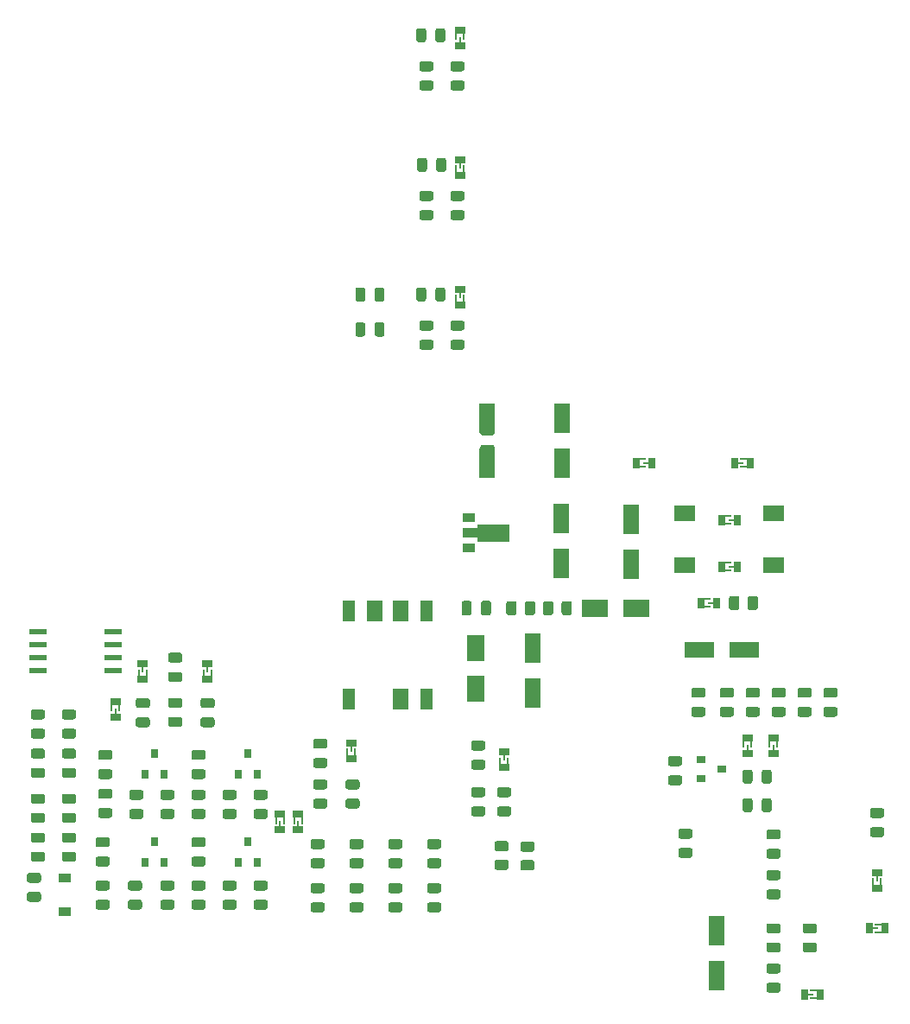
<source format=gbr>
G04 #@! TF.GenerationSoftware,KiCad,Pcbnew,5.1.9-73d0e3b20d~88~ubuntu20.04.1*
G04 #@! TF.CreationDate,2021-03-09T21:18:06-03:00*
G04 #@! TF.ProjectId,std_board,7374645f-626f-4617-9264-2e6b69636164,rev?*
G04 #@! TF.SameCoordinates,Original*
G04 #@! TF.FileFunction,Paste,Top*
G04 #@! TF.FilePolarity,Positive*
%FSLAX46Y46*%
G04 Gerber Fmt 4.6, Leading zero omitted, Abs format (unit mm)*
G04 Created by KiCad (PCBNEW 5.1.9-73d0e3b20d~88~ubuntu20.04.1) date 2021-03-09 21:18:06*
%MOMM*%
%LPD*%
G01*
G04 APERTURE LIST*
%ADD10R,1.600200X2.999740*%
%ADD11R,1.750000X0.550000*%
%ADD12R,0.254000X1.200000*%
%ADD13R,0.254000X1.143000*%
%ADD14R,1.016000X0.762000*%
%ADD15R,1.300000X0.900000*%
%ADD16C,0.100000*%
%ADD17R,0.762000X1.016000*%
%ADD18R,1.143000X0.254000*%
%ADD19R,1.200000X0.254000*%
%ADD20R,1.200000X0.900000*%
%ADD21R,0.800000X0.900000*%
%ADD22R,0.900000X0.800000*%
%ADD23R,2.000000X1.500000*%
%ADD24R,2.999740X1.600200*%
%ADD25R,2.500000X1.800000*%
%ADD26R,1.800000X2.500000*%
%ADD27R,1.170000X2.000000*%
%ADD28R,1.520000X2.000000*%
G04 APERTURE END LIST*
G36*
G01*
X92507750Y-78252500D02*
X93420250Y-78252500D01*
G75*
G02*
X93664000Y-78496250I0J-243750D01*
G01*
X93664000Y-78983750D01*
G75*
G02*
X93420250Y-79227500I-243750J0D01*
G01*
X92507750Y-79227500D01*
G75*
G02*
X92264000Y-78983750I0J243750D01*
G01*
X92264000Y-78496250D01*
G75*
G02*
X92507750Y-78252500I243750J0D01*
G01*
G37*
G36*
G01*
X92507750Y-80127500D02*
X93420250Y-80127500D01*
G75*
G02*
X93664000Y-80371250I0J-243750D01*
G01*
X93664000Y-80858750D01*
G75*
G02*
X93420250Y-81102500I-243750J0D01*
G01*
X92507750Y-81102500D01*
G75*
G02*
X92264000Y-80858750I0J243750D01*
G01*
X92264000Y-80371250D01*
G75*
G02*
X92507750Y-80127500I243750J0D01*
G01*
G37*
D10*
X61976000Y-54269640D03*
X61976000Y-49870360D03*
D11*
X18051000Y-60960000D03*
X18051000Y-62230000D03*
X18051000Y-63500000D03*
X18051000Y-64770000D03*
X10651000Y-64770000D03*
X10651000Y-63500000D03*
X10651000Y-62230000D03*
X10651000Y-60960000D03*
G36*
G01*
X49073750Y-87493500D02*
X49986250Y-87493500D01*
G75*
G02*
X50230000Y-87737250I0J-243750D01*
G01*
X50230000Y-88224750D01*
G75*
G02*
X49986250Y-88468500I-243750J0D01*
G01*
X49073750Y-88468500D01*
G75*
G02*
X48830000Y-88224750I0J243750D01*
G01*
X48830000Y-87737250D01*
G75*
G02*
X49073750Y-87493500I243750J0D01*
G01*
G37*
G36*
G01*
X49073750Y-85618500D02*
X49986250Y-85618500D01*
G75*
G02*
X50230000Y-85862250I0J-243750D01*
G01*
X50230000Y-86349750D01*
G75*
G02*
X49986250Y-86593500I-243750J0D01*
G01*
X49073750Y-86593500D01*
G75*
G02*
X48830000Y-86349750I0J243750D01*
G01*
X48830000Y-85862250D01*
G75*
G02*
X49073750Y-85618500I243750J0D01*
G01*
G37*
G36*
G01*
X51359750Y-6975500D02*
X52272250Y-6975500D01*
G75*
G02*
X52516000Y-7219250I0J-243750D01*
G01*
X52516000Y-7706750D01*
G75*
G02*
X52272250Y-7950500I-243750J0D01*
G01*
X51359750Y-7950500D01*
G75*
G02*
X51116000Y-7706750I0J243750D01*
G01*
X51116000Y-7219250D01*
G75*
G02*
X51359750Y-6975500I243750J0D01*
G01*
G37*
G36*
G01*
X51359750Y-5100500D02*
X52272250Y-5100500D01*
G75*
G02*
X52516000Y-5344250I0J-243750D01*
G01*
X52516000Y-5831750D01*
G75*
G02*
X52272250Y-6075500I-243750J0D01*
G01*
X51359750Y-6075500D01*
G75*
G02*
X51116000Y-5831750I0J243750D01*
G01*
X51116000Y-5344250D01*
G75*
G02*
X51359750Y-5100500I243750J0D01*
G01*
G37*
G36*
G01*
X86816250Y-90530500D02*
X85903750Y-90530500D01*
G75*
G02*
X85660000Y-90286750I0J243750D01*
G01*
X85660000Y-89799250D01*
G75*
G02*
X85903750Y-89555500I243750J0D01*
G01*
X86816250Y-89555500D01*
G75*
G02*
X87060000Y-89799250I0J-243750D01*
G01*
X87060000Y-90286750D01*
G75*
G02*
X86816250Y-90530500I-243750J0D01*
G01*
G37*
G36*
G01*
X86816250Y-92405500D02*
X85903750Y-92405500D01*
G75*
G02*
X85660000Y-92161750I0J243750D01*
G01*
X85660000Y-91674250D01*
G75*
G02*
X85903750Y-91430500I243750J0D01*
G01*
X86816250Y-91430500D01*
G75*
G02*
X87060000Y-91674250I0J-243750D01*
G01*
X87060000Y-92161750D01*
G75*
G02*
X86816250Y-92405500I-243750J0D01*
G01*
G37*
G36*
G01*
X41453750Y-87493500D02*
X42366250Y-87493500D01*
G75*
G02*
X42610000Y-87737250I0J-243750D01*
G01*
X42610000Y-88224750D01*
G75*
G02*
X42366250Y-88468500I-243750J0D01*
G01*
X41453750Y-88468500D01*
G75*
G02*
X41210000Y-88224750I0J243750D01*
G01*
X41210000Y-87737250D01*
G75*
G02*
X41453750Y-87493500I243750J0D01*
G01*
G37*
G36*
G01*
X41453750Y-85618500D02*
X42366250Y-85618500D01*
G75*
G02*
X42610000Y-85862250I0J-243750D01*
G01*
X42610000Y-86349750D01*
G75*
G02*
X42366250Y-86593500I-243750J0D01*
G01*
X41453750Y-86593500D01*
G75*
G02*
X41210000Y-86349750I0J243750D01*
G01*
X41210000Y-85862250D01*
G75*
G02*
X41453750Y-85618500I243750J0D01*
G01*
G37*
G36*
G01*
X45263750Y-87493500D02*
X46176250Y-87493500D01*
G75*
G02*
X46420000Y-87737250I0J-243750D01*
G01*
X46420000Y-88224750D01*
G75*
G02*
X46176250Y-88468500I-243750J0D01*
G01*
X45263750Y-88468500D01*
G75*
G02*
X45020000Y-88224750I0J243750D01*
G01*
X45020000Y-87737250D01*
G75*
G02*
X45263750Y-87493500I243750J0D01*
G01*
G37*
G36*
G01*
X45263750Y-85618500D02*
X46176250Y-85618500D01*
G75*
G02*
X46420000Y-85862250I0J-243750D01*
G01*
X46420000Y-86349750D01*
G75*
G02*
X46176250Y-86593500I-243750J0D01*
G01*
X45263750Y-86593500D01*
G75*
G02*
X45020000Y-86349750I0J243750D01*
G01*
X45020000Y-85862250D01*
G75*
G02*
X45263750Y-85618500I243750J0D01*
G01*
G37*
G36*
G01*
X32968250Y-86339500D02*
X32055750Y-86339500D01*
G75*
G02*
X31812000Y-86095750I0J243750D01*
G01*
X31812000Y-85608250D01*
G75*
G02*
X32055750Y-85364500I243750J0D01*
G01*
X32968250Y-85364500D01*
G75*
G02*
X33212000Y-85608250I0J-243750D01*
G01*
X33212000Y-86095750D01*
G75*
G02*
X32968250Y-86339500I-243750J0D01*
G01*
G37*
G36*
G01*
X32968250Y-88214500D02*
X32055750Y-88214500D01*
G75*
G02*
X31812000Y-87970750I0J243750D01*
G01*
X31812000Y-87483250D01*
G75*
G02*
X32055750Y-87239500I243750J0D01*
G01*
X32968250Y-87239500D01*
G75*
G02*
X33212000Y-87483250I0J-243750D01*
G01*
X33212000Y-87970750D01*
G75*
G02*
X32968250Y-88214500I-243750J0D01*
G01*
G37*
G36*
G01*
X26848750Y-69362500D02*
X27761250Y-69362500D01*
G75*
G02*
X28005000Y-69606250I0J-243750D01*
G01*
X28005000Y-70093750D01*
G75*
G02*
X27761250Y-70337500I-243750J0D01*
G01*
X26848750Y-70337500D01*
G75*
G02*
X26605000Y-70093750I0J243750D01*
G01*
X26605000Y-69606250D01*
G75*
G02*
X26848750Y-69362500I243750J0D01*
G01*
G37*
G36*
G01*
X26848750Y-67487500D02*
X27761250Y-67487500D01*
G75*
G02*
X28005000Y-67731250I0J-243750D01*
G01*
X28005000Y-68218750D01*
G75*
G02*
X27761250Y-68462500I-243750J0D01*
G01*
X26848750Y-68462500D01*
G75*
G02*
X26605000Y-68218750I0J243750D01*
G01*
X26605000Y-67731250D01*
G75*
G02*
X26848750Y-67487500I243750J0D01*
G01*
G37*
D12*
X52070000Y-3302000D03*
D13*
X52451000Y-2413000D03*
D14*
X52070000Y-2032000D03*
D13*
X51689000Y-2413000D03*
D14*
X52070000Y-3556000D03*
D12*
X52070000Y-27686000D03*
D13*
X51689000Y-28575000D03*
D14*
X52070000Y-28956000D03*
D13*
X52451000Y-28575000D03*
D14*
X52070000Y-27432000D03*
D12*
X52070000Y-14986000D03*
D13*
X51689000Y-15875000D03*
D14*
X52070000Y-16256000D03*
D13*
X52451000Y-15875000D03*
D14*
X52070000Y-14732000D03*
D12*
X41402000Y-72136000D03*
D13*
X41021000Y-73025000D03*
D14*
X41402000Y-73406000D03*
D13*
X41783000Y-73025000D03*
D14*
X41402000Y-71882000D03*
G36*
G01*
X49726000Y-15696250D02*
X49726000Y-14783750D01*
G75*
G02*
X49969750Y-14540000I243750J0D01*
G01*
X50457250Y-14540000D01*
G75*
G02*
X50701000Y-14783750I0J-243750D01*
G01*
X50701000Y-15696250D01*
G75*
G02*
X50457250Y-15940000I-243750J0D01*
G01*
X49969750Y-15940000D01*
G75*
G02*
X49726000Y-15696250I0J243750D01*
G01*
G37*
G36*
G01*
X47851000Y-15696250D02*
X47851000Y-14783750D01*
G75*
G02*
X48094750Y-14540000I243750J0D01*
G01*
X48582250Y-14540000D01*
G75*
G02*
X48826000Y-14783750I0J-243750D01*
G01*
X48826000Y-15696250D01*
G75*
G02*
X48582250Y-15940000I-243750J0D01*
G01*
X48094750Y-15940000D01*
G75*
G02*
X47851000Y-15696250I0J243750D01*
G01*
G37*
G36*
G01*
X16561750Y-81125000D02*
X17474250Y-81125000D01*
G75*
G02*
X17718000Y-81368750I0J-243750D01*
G01*
X17718000Y-81856250D01*
G75*
G02*
X17474250Y-82100000I-243750J0D01*
G01*
X16561750Y-82100000D01*
G75*
G02*
X16318000Y-81856250I0J243750D01*
G01*
X16318000Y-81368750D01*
G75*
G02*
X16561750Y-81125000I243750J0D01*
G01*
G37*
G36*
G01*
X16561750Y-83000000D02*
X17474250Y-83000000D01*
G75*
G02*
X17718000Y-83243750I0J-243750D01*
G01*
X17718000Y-83731250D01*
G75*
G02*
X17474250Y-83975000I-243750J0D01*
G01*
X16561750Y-83975000D01*
G75*
G02*
X16318000Y-83731250I0J243750D01*
G01*
X16318000Y-83243750D01*
G75*
G02*
X16561750Y-83000000I243750J0D01*
G01*
G37*
G36*
G01*
X16815750Y-74442500D02*
X17728250Y-74442500D01*
G75*
G02*
X17972000Y-74686250I0J-243750D01*
G01*
X17972000Y-75173750D01*
G75*
G02*
X17728250Y-75417500I-243750J0D01*
G01*
X16815750Y-75417500D01*
G75*
G02*
X16572000Y-75173750I0J243750D01*
G01*
X16572000Y-74686250D01*
G75*
G02*
X16815750Y-74442500I243750J0D01*
G01*
G37*
G36*
G01*
X16815750Y-72567500D02*
X17728250Y-72567500D01*
G75*
G02*
X17972000Y-72811250I0J-243750D01*
G01*
X17972000Y-73298750D01*
G75*
G02*
X17728250Y-73542500I-243750J0D01*
G01*
X16815750Y-73542500D01*
G75*
G02*
X16572000Y-73298750I0J243750D01*
G01*
X16572000Y-72811250D01*
G75*
G02*
X16815750Y-72567500I243750J0D01*
G01*
G37*
G36*
G01*
X20776250Y-77449500D02*
X19863750Y-77449500D01*
G75*
G02*
X19620000Y-77205750I0J243750D01*
G01*
X19620000Y-76718250D01*
G75*
G02*
X19863750Y-76474500I243750J0D01*
G01*
X20776250Y-76474500D01*
G75*
G02*
X21020000Y-76718250I0J-243750D01*
G01*
X21020000Y-77205750D01*
G75*
G02*
X20776250Y-77449500I-243750J0D01*
G01*
G37*
G36*
G01*
X20776250Y-79324500D02*
X19863750Y-79324500D01*
G75*
G02*
X19620000Y-79080750I0J243750D01*
G01*
X19620000Y-78593250D01*
G75*
G02*
X19863750Y-78349500I243750J0D01*
G01*
X20776250Y-78349500D01*
G75*
G02*
X21020000Y-78593250I0J-243750D01*
G01*
X21020000Y-79080750D01*
G75*
G02*
X20776250Y-79324500I-243750J0D01*
G01*
G37*
G36*
G01*
X20649250Y-86339500D02*
X19736750Y-86339500D01*
G75*
G02*
X19493000Y-86095750I0J243750D01*
G01*
X19493000Y-85608250D01*
G75*
G02*
X19736750Y-85364500I243750J0D01*
G01*
X20649250Y-85364500D01*
G75*
G02*
X20893000Y-85608250I0J-243750D01*
G01*
X20893000Y-86095750D01*
G75*
G02*
X20649250Y-86339500I-243750J0D01*
G01*
G37*
G36*
G01*
X20649250Y-88214500D02*
X19736750Y-88214500D01*
G75*
G02*
X19493000Y-87970750I0J243750D01*
G01*
X19493000Y-87483250D01*
G75*
G02*
X19736750Y-87239500I243750J0D01*
G01*
X20649250Y-87239500D01*
G75*
G02*
X20893000Y-87483250I0J-243750D01*
G01*
X20893000Y-87970750D01*
G75*
G02*
X20649250Y-88214500I-243750J0D01*
G01*
G37*
G36*
G01*
X17728250Y-77352500D02*
X16815750Y-77352500D01*
G75*
G02*
X16572000Y-77108750I0J243750D01*
G01*
X16572000Y-76621250D01*
G75*
G02*
X16815750Y-76377500I243750J0D01*
G01*
X17728250Y-76377500D01*
G75*
G02*
X17972000Y-76621250I0J-243750D01*
G01*
X17972000Y-77108750D01*
G75*
G02*
X17728250Y-77352500I-243750J0D01*
G01*
G37*
G36*
G01*
X17728250Y-79227500D02*
X16815750Y-79227500D01*
G75*
G02*
X16572000Y-78983750I0J243750D01*
G01*
X16572000Y-78496250D01*
G75*
G02*
X16815750Y-78252500I243750J0D01*
G01*
X17728250Y-78252500D01*
G75*
G02*
X17972000Y-78496250I0J-243750D01*
G01*
X17972000Y-78983750D01*
G75*
G02*
X17728250Y-79227500I-243750J0D01*
G01*
G37*
G36*
G01*
X26872250Y-82100000D02*
X25959750Y-82100000D01*
G75*
G02*
X25716000Y-81856250I0J243750D01*
G01*
X25716000Y-81368750D01*
G75*
G02*
X25959750Y-81125000I243750J0D01*
G01*
X26872250Y-81125000D01*
G75*
G02*
X27116000Y-81368750I0J-243750D01*
G01*
X27116000Y-81856250D01*
G75*
G02*
X26872250Y-82100000I-243750J0D01*
G01*
G37*
G36*
G01*
X26872250Y-83975000D02*
X25959750Y-83975000D01*
G75*
G02*
X25716000Y-83731250I0J243750D01*
G01*
X25716000Y-83243750D01*
G75*
G02*
X25959750Y-83000000I243750J0D01*
G01*
X26872250Y-83000000D01*
G75*
G02*
X27116000Y-83243750I0J-243750D01*
G01*
X27116000Y-83731250D01*
G75*
G02*
X26872250Y-83975000I-243750J0D01*
G01*
G37*
G36*
G01*
X26872250Y-73542500D02*
X25959750Y-73542500D01*
G75*
G02*
X25716000Y-73298750I0J243750D01*
G01*
X25716000Y-72811250D01*
G75*
G02*
X25959750Y-72567500I243750J0D01*
G01*
X26872250Y-72567500D01*
G75*
G02*
X27116000Y-72811250I0J-243750D01*
G01*
X27116000Y-73298750D01*
G75*
G02*
X26872250Y-73542500I-243750J0D01*
G01*
G37*
G36*
G01*
X26872250Y-75417500D02*
X25959750Y-75417500D01*
G75*
G02*
X25716000Y-75173750I0J243750D01*
G01*
X25716000Y-74686250D01*
G75*
G02*
X25959750Y-74442500I243750J0D01*
G01*
X26872250Y-74442500D01*
G75*
G02*
X27116000Y-74686250I0J-243750D01*
G01*
X27116000Y-75173750D01*
G75*
G02*
X26872250Y-75417500I-243750J0D01*
G01*
G37*
G36*
G01*
X37897750Y-73348000D02*
X38810250Y-73348000D01*
G75*
G02*
X39054000Y-73591750I0J-243750D01*
G01*
X39054000Y-74079250D01*
G75*
G02*
X38810250Y-74323000I-243750J0D01*
G01*
X37897750Y-74323000D01*
G75*
G02*
X37654000Y-74079250I0J243750D01*
G01*
X37654000Y-73591750D01*
G75*
G02*
X37897750Y-73348000I243750J0D01*
G01*
G37*
G36*
G01*
X37897750Y-71473000D02*
X38810250Y-71473000D01*
G75*
G02*
X39054000Y-71716750I0J-243750D01*
G01*
X39054000Y-72204250D01*
G75*
G02*
X38810250Y-72448000I-243750J0D01*
G01*
X37897750Y-72448000D01*
G75*
G02*
X37654000Y-72204250I0J243750D01*
G01*
X37654000Y-71716750D01*
G75*
G02*
X37897750Y-71473000I243750J0D01*
G01*
G37*
G36*
G01*
X26872250Y-86339500D02*
X25959750Y-86339500D01*
G75*
G02*
X25716000Y-86095750I0J243750D01*
G01*
X25716000Y-85608250D01*
G75*
G02*
X25959750Y-85364500I243750J0D01*
G01*
X26872250Y-85364500D01*
G75*
G02*
X27116000Y-85608250I0J-243750D01*
G01*
X27116000Y-86095750D01*
G75*
G02*
X26872250Y-86339500I-243750J0D01*
G01*
G37*
G36*
G01*
X26872250Y-88214500D02*
X25959750Y-88214500D01*
G75*
G02*
X25716000Y-87970750I0J243750D01*
G01*
X25716000Y-87483250D01*
G75*
G02*
X25959750Y-87239500I243750J0D01*
G01*
X26872250Y-87239500D01*
G75*
G02*
X27116000Y-87483250I0J-243750D01*
G01*
X27116000Y-87970750D01*
G75*
G02*
X26872250Y-88214500I-243750J0D01*
G01*
G37*
G36*
G01*
X29920250Y-77449500D02*
X29007750Y-77449500D01*
G75*
G02*
X28764000Y-77205750I0J243750D01*
G01*
X28764000Y-76718250D01*
G75*
G02*
X29007750Y-76474500I243750J0D01*
G01*
X29920250Y-76474500D01*
G75*
G02*
X30164000Y-76718250I0J-243750D01*
G01*
X30164000Y-77205750D01*
G75*
G02*
X29920250Y-77449500I-243750J0D01*
G01*
G37*
G36*
G01*
X29920250Y-79324500D02*
X29007750Y-79324500D01*
G75*
G02*
X28764000Y-79080750I0J243750D01*
G01*
X28764000Y-78593250D01*
G75*
G02*
X29007750Y-78349500I243750J0D01*
G01*
X29920250Y-78349500D01*
G75*
G02*
X30164000Y-78593250I0J-243750D01*
G01*
X30164000Y-79080750D01*
G75*
G02*
X29920250Y-79324500I-243750J0D01*
G01*
G37*
G36*
G01*
X29920250Y-86339500D02*
X29007750Y-86339500D01*
G75*
G02*
X28764000Y-86095750I0J243750D01*
G01*
X28764000Y-85608250D01*
G75*
G02*
X29007750Y-85364500I243750J0D01*
G01*
X29920250Y-85364500D01*
G75*
G02*
X30164000Y-85608250I0J-243750D01*
G01*
X30164000Y-86095750D01*
G75*
G02*
X29920250Y-86339500I-243750J0D01*
G01*
G37*
G36*
G01*
X29920250Y-88214500D02*
X29007750Y-88214500D01*
G75*
G02*
X28764000Y-87970750I0J243750D01*
G01*
X28764000Y-87483250D01*
G75*
G02*
X29007750Y-87239500I243750J0D01*
G01*
X29920250Y-87239500D01*
G75*
G02*
X30164000Y-87483250I0J-243750D01*
G01*
X30164000Y-87970750D01*
G75*
G02*
X29920250Y-88214500I-243750J0D01*
G01*
G37*
G36*
G01*
X26872250Y-77449500D02*
X25959750Y-77449500D01*
G75*
G02*
X25716000Y-77205750I0J243750D01*
G01*
X25716000Y-76718250D01*
G75*
G02*
X25959750Y-76474500I243750J0D01*
G01*
X26872250Y-76474500D01*
G75*
G02*
X27116000Y-76718250I0J-243750D01*
G01*
X27116000Y-77205750D01*
G75*
G02*
X26872250Y-77449500I-243750J0D01*
G01*
G37*
G36*
G01*
X26872250Y-79324500D02*
X25959750Y-79324500D01*
G75*
G02*
X25716000Y-79080750I0J243750D01*
G01*
X25716000Y-78593250D01*
G75*
G02*
X25959750Y-78349500I243750J0D01*
G01*
X26872250Y-78349500D01*
G75*
G02*
X27116000Y-78593250I0J-243750D01*
G01*
X27116000Y-79080750D01*
G75*
G02*
X26872250Y-79324500I-243750J0D01*
G01*
G37*
G36*
G01*
X41072750Y-77333500D02*
X41985250Y-77333500D01*
G75*
G02*
X42229000Y-77577250I0J-243750D01*
G01*
X42229000Y-78064750D01*
G75*
G02*
X41985250Y-78308500I-243750J0D01*
G01*
X41072750Y-78308500D01*
G75*
G02*
X40829000Y-78064750I0J243750D01*
G01*
X40829000Y-77577250D01*
G75*
G02*
X41072750Y-77333500I243750J0D01*
G01*
G37*
G36*
G01*
X41072750Y-75458500D02*
X41985250Y-75458500D01*
G75*
G02*
X42229000Y-75702250I0J-243750D01*
G01*
X42229000Y-76189750D01*
G75*
G02*
X41985250Y-76433500I-243750J0D01*
G01*
X41072750Y-76433500D01*
G75*
G02*
X40829000Y-76189750I0J243750D01*
G01*
X40829000Y-75702250D01*
G75*
G02*
X41072750Y-75458500I243750J0D01*
G01*
G37*
G36*
G01*
X10211750Y-78730500D02*
X11124250Y-78730500D01*
G75*
G02*
X11368000Y-78974250I0J-243750D01*
G01*
X11368000Y-79461750D01*
G75*
G02*
X11124250Y-79705500I-243750J0D01*
G01*
X10211750Y-79705500D01*
G75*
G02*
X9968000Y-79461750I0J243750D01*
G01*
X9968000Y-78974250D01*
G75*
G02*
X10211750Y-78730500I243750J0D01*
G01*
G37*
G36*
G01*
X10211750Y-76855500D02*
X11124250Y-76855500D01*
G75*
G02*
X11368000Y-77099250I0J-243750D01*
G01*
X11368000Y-77586750D01*
G75*
G02*
X11124250Y-77830500I-243750J0D01*
G01*
X10211750Y-77830500D01*
G75*
G02*
X9968000Y-77586750I0J243750D01*
G01*
X9968000Y-77099250D01*
G75*
G02*
X10211750Y-76855500I243750J0D01*
G01*
G37*
G36*
G01*
X45263750Y-83175500D02*
X46176250Y-83175500D01*
G75*
G02*
X46420000Y-83419250I0J-243750D01*
G01*
X46420000Y-83906750D01*
G75*
G02*
X46176250Y-84150500I-243750J0D01*
G01*
X45263750Y-84150500D01*
G75*
G02*
X45020000Y-83906750I0J243750D01*
G01*
X45020000Y-83419250D01*
G75*
G02*
X45263750Y-83175500I243750J0D01*
G01*
G37*
G36*
G01*
X45263750Y-81300500D02*
X46176250Y-81300500D01*
G75*
G02*
X46420000Y-81544250I0J-243750D01*
G01*
X46420000Y-82031750D01*
G75*
G02*
X46176250Y-82275500I-243750J0D01*
G01*
X45263750Y-82275500D01*
G75*
G02*
X45020000Y-82031750I0J243750D01*
G01*
X45020000Y-81544250D01*
G75*
G02*
X45263750Y-81300500I243750J0D01*
G01*
G37*
G36*
G01*
X51359750Y-19675500D02*
X52272250Y-19675500D01*
G75*
G02*
X52516000Y-19919250I0J-243750D01*
G01*
X52516000Y-20406750D01*
G75*
G02*
X52272250Y-20650500I-243750J0D01*
G01*
X51359750Y-20650500D01*
G75*
G02*
X51116000Y-20406750I0J243750D01*
G01*
X51116000Y-19919250D01*
G75*
G02*
X51359750Y-19675500I243750J0D01*
G01*
G37*
G36*
G01*
X51359750Y-17800500D02*
X52272250Y-17800500D01*
G75*
G02*
X52516000Y-18044250I0J-243750D01*
G01*
X52516000Y-18531750D01*
G75*
G02*
X52272250Y-18775500I-243750J0D01*
G01*
X51359750Y-18775500D01*
G75*
G02*
X51116000Y-18531750I0J243750D01*
G01*
X51116000Y-18044250D01*
G75*
G02*
X51359750Y-17800500I243750J0D01*
G01*
G37*
G36*
G01*
X42778500Y-30912750D02*
X42778500Y-31825250D01*
G75*
G02*
X42534750Y-32069000I-243750J0D01*
G01*
X42047250Y-32069000D01*
G75*
G02*
X41803500Y-31825250I0J243750D01*
G01*
X41803500Y-30912750D01*
G75*
G02*
X42047250Y-30669000I243750J0D01*
G01*
X42534750Y-30669000D01*
G75*
G02*
X42778500Y-30912750I0J-243750D01*
G01*
G37*
G36*
G01*
X44653500Y-30912750D02*
X44653500Y-31825250D01*
G75*
G02*
X44409750Y-32069000I-243750J0D01*
G01*
X43922250Y-32069000D01*
G75*
G02*
X43678500Y-31825250I0J243750D01*
G01*
X43678500Y-30912750D01*
G75*
G02*
X43922250Y-30669000I243750J0D01*
G01*
X44409750Y-30669000D01*
G75*
G02*
X44653500Y-30912750I0J-243750D01*
G01*
G37*
G36*
G01*
X13259750Y-82540500D02*
X14172250Y-82540500D01*
G75*
G02*
X14416000Y-82784250I0J-243750D01*
G01*
X14416000Y-83271750D01*
G75*
G02*
X14172250Y-83515500I-243750J0D01*
G01*
X13259750Y-83515500D01*
G75*
G02*
X13016000Y-83271750I0J243750D01*
G01*
X13016000Y-82784250D01*
G75*
G02*
X13259750Y-82540500I243750J0D01*
G01*
G37*
G36*
G01*
X13259750Y-80665500D02*
X14172250Y-80665500D01*
G75*
G02*
X14416000Y-80909250I0J-243750D01*
G01*
X14416000Y-81396750D01*
G75*
G02*
X14172250Y-81640500I-243750J0D01*
G01*
X13259750Y-81640500D01*
G75*
G02*
X13016000Y-81396750I0J243750D01*
G01*
X13016000Y-80909250D01*
G75*
G02*
X13259750Y-80665500I243750J0D01*
G01*
G37*
G36*
G01*
X23824250Y-86339500D02*
X22911750Y-86339500D01*
G75*
G02*
X22668000Y-86095750I0J243750D01*
G01*
X22668000Y-85608250D01*
G75*
G02*
X22911750Y-85364500I243750J0D01*
G01*
X23824250Y-85364500D01*
G75*
G02*
X24068000Y-85608250I0J-243750D01*
G01*
X24068000Y-86095750D01*
G75*
G02*
X23824250Y-86339500I-243750J0D01*
G01*
G37*
G36*
G01*
X23824250Y-88214500D02*
X22911750Y-88214500D01*
G75*
G02*
X22668000Y-87970750I0J243750D01*
G01*
X22668000Y-87483250D01*
G75*
G02*
X22911750Y-87239500I243750J0D01*
G01*
X23824250Y-87239500D01*
G75*
G02*
X24068000Y-87483250I0J-243750D01*
G01*
X24068000Y-87970750D01*
G75*
G02*
X23824250Y-88214500I-243750J0D01*
G01*
G37*
G36*
G01*
X20498750Y-69362500D02*
X21411250Y-69362500D01*
G75*
G02*
X21655000Y-69606250I0J-243750D01*
G01*
X21655000Y-70093750D01*
G75*
G02*
X21411250Y-70337500I-243750J0D01*
G01*
X20498750Y-70337500D01*
G75*
G02*
X20255000Y-70093750I0J243750D01*
G01*
X20255000Y-69606250D01*
G75*
G02*
X20498750Y-69362500I243750J0D01*
G01*
G37*
G36*
G01*
X20498750Y-67487500D02*
X21411250Y-67487500D01*
G75*
G02*
X21655000Y-67731250I0J-243750D01*
G01*
X21655000Y-68218750D01*
G75*
G02*
X21411250Y-68462500I-243750J0D01*
G01*
X20498750Y-68462500D01*
G75*
G02*
X20255000Y-68218750I0J243750D01*
G01*
X20255000Y-67731250D01*
G75*
G02*
X20498750Y-67487500I243750J0D01*
G01*
G37*
G36*
G01*
X47772500Y-28396250D02*
X47772500Y-27483750D01*
G75*
G02*
X48016250Y-27240000I243750J0D01*
G01*
X48503750Y-27240000D01*
G75*
G02*
X48747500Y-27483750I0J-243750D01*
G01*
X48747500Y-28396250D01*
G75*
G02*
X48503750Y-28640000I-243750J0D01*
G01*
X48016250Y-28640000D01*
G75*
G02*
X47772500Y-28396250I0J243750D01*
G01*
G37*
G36*
G01*
X49647500Y-28396250D02*
X49647500Y-27483750D01*
G75*
G02*
X49891250Y-27240000I243750J0D01*
G01*
X50378750Y-27240000D01*
G75*
G02*
X50622500Y-27483750I0J-243750D01*
G01*
X50622500Y-28396250D01*
G75*
G02*
X50378750Y-28640000I-243750J0D01*
G01*
X49891250Y-28640000D01*
G75*
G02*
X49647500Y-28396250I0J243750D01*
G01*
G37*
G36*
G01*
X41453750Y-83175500D02*
X42366250Y-83175500D01*
G75*
G02*
X42610000Y-83419250I0J-243750D01*
G01*
X42610000Y-83906750D01*
G75*
G02*
X42366250Y-84150500I-243750J0D01*
G01*
X41453750Y-84150500D01*
G75*
G02*
X41210000Y-83906750I0J243750D01*
G01*
X41210000Y-83419250D01*
G75*
G02*
X41453750Y-83175500I243750J0D01*
G01*
G37*
G36*
G01*
X41453750Y-81300500D02*
X42366250Y-81300500D01*
G75*
G02*
X42610000Y-81544250I0J-243750D01*
G01*
X42610000Y-82031750D01*
G75*
G02*
X42366250Y-82275500I-243750J0D01*
G01*
X41453750Y-82275500D01*
G75*
G02*
X41210000Y-82031750I0J243750D01*
G01*
X41210000Y-81544250D01*
G75*
G02*
X41453750Y-81300500I243750J0D01*
G01*
G37*
G36*
G01*
X10211750Y-70475500D02*
X11124250Y-70475500D01*
G75*
G02*
X11368000Y-70719250I0J-243750D01*
G01*
X11368000Y-71206750D01*
G75*
G02*
X11124250Y-71450500I-243750J0D01*
G01*
X10211750Y-71450500D01*
G75*
G02*
X9968000Y-71206750I0J243750D01*
G01*
X9968000Y-70719250D01*
G75*
G02*
X10211750Y-70475500I243750J0D01*
G01*
G37*
G36*
G01*
X10211750Y-68600500D02*
X11124250Y-68600500D01*
G75*
G02*
X11368000Y-68844250I0J-243750D01*
G01*
X11368000Y-69331750D01*
G75*
G02*
X11124250Y-69575500I-243750J0D01*
G01*
X10211750Y-69575500D01*
G75*
G02*
X9968000Y-69331750I0J243750D01*
G01*
X9968000Y-68844250D01*
G75*
G02*
X10211750Y-68600500I243750J0D01*
G01*
G37*
G36*
G01*
X13259750Y-70475500D02*
X14172250Y-70475500D01*
G75*
G02*
X14416000Y-70719250I0J-243750D01*
G01*
X14416000Y-71206750D01*
G75*
G02*
X14172250Y-71450500I-243750J0D01*
G01*
X13259750Y-71450500D01*
G75*
G02*
X13016000Y-71206750I0J243750D01*
G01*
X13016000Y-70719250D01*
G75*
G02*
X13259750Y-70475500I243750J0D01*
G01*
G37*
G36*
G01*
X13259750Y-68600500D02*
X14172250Y-68600500D01*
G75*
G02*
X14416000Y-68844250I0J-243750D01*
G01*
X14416000Y-69331750D01*
G75*
G02*
X14172250Y-69575500I-243750J0D01*
G01*
X13259750Y-69575500D01*
G75*
G02*
X13016000Y-69331750I0J243750D01*
G01*
X13016000Y-68844250D01*
G75*
G02*
X13259750Y-68600500I243750J0D01*
G01*
G37*
G36*
G01*
X23673750Y-69332500D02*
X24586250Y-69332500D01*
G75*
G02*
X24830000Y-69576250I0J-243750D01*
G01*
X24830000Y-70063750D01*
G75*
G02*
X24586250Y-70307500I-243750J0D01*
G01*
X23673750Y-70307500D01*
G75*
G02*
X23430000Y-70063750I0J243750D01*
G01*
X23430000Y-69576250D01*
G75*
G02*
X23673750Y-69332500I243750J0D01*
G01*
G37*
G36*
G01*
X23673750Y-67457500D02*
X24586250Y-67457500D01*
G75*
G02*
X24830000Y-67701250I0J-243750D01*
G01*
X24830000Y-68188750D01*
G75*
G02*
X24586250Y-68432500I-243750J0D01*
G01*
X23673750Y-68432500D01*
G75*
G02*
X23430000Y-68188750I0J243750D01*
G01*
X23430000Y-67701250D01*
G75*
G02*
X23673750Y-67457500I243750J0D01*
G01*
G37*
G36*
G01*
X37643750Y-87493500D02*
X38556250Y-87493500D01*
G75*
G02*
X38800000Y-87737250I0J-243750D01*
G01*
X38800000Y-88224750D01*
G75*
G02*
X38556250Y-88468500I-243750J0D01*
G01*
X37643750Y-88468500D01*
G75*
G02*
X37400000Y-88224750I0J243750D01*
G01*
X37400000Y-87737250D01*
G75*
G02*
X37643750Y-87493500I243750J0D01*
G01*
G37*
G36*
G01*
X37643750Y-85618500D02*
X38556250Y-85618500D01*
G75*
G02*
X38800000Y-85862250I0J-243750D01*
G01*
X38800000Y-86349750D01*
G75*
G02*
X38556250Y-86593500I-243750J0D01*
G01*
X37643750Y-86593500D01*
G75*
G02*
X37400000Y-86349750I0J243750D01*
G01*
X37400000Y-85862250D01*
G75*
G02*
X37643750Y-85618500I243750J0D01*
G01*
G37*
G36*
G01*
X23824250Y-77449500D02*
X22911750Y-77449500D01*
G75*
G02*
X22668000Y-77205750I0J243750D01*
G01*
X22668000Y-76718250D01*
G75*
G02*
X22911750Y-76474500I243750J0D01*
G01*
X23824250Y-76474500D01*
G75*
G02*
X24068000Y-76718250I0J-243750D01*
G01*
X24068000Y-77205750D01*
G75*
G02*
X23824250Y-77449500I-243750J0D01*
G01*
G37*
G36*
G01*
X23824250Y-79324500D02*
X22911750Y-79324500D01*
G75*
G02*
X22668000Y-79080750I0J243750D01*
G01*
X22668000Y-78593250D01*
G75*
G02*
X22911750Y-78349500I243750J0D01*
G01*
X23824250Y-78349500D01*
G75*
G02*
X24068000Y-78593250I0J-243750D01*
G01*
X24068000Y-79080750D01*
G75*
G02*
X23824250Y-79324500I-243750J0D01*
G01*
G37*
G36*
G01*
X32968250Y-77449500D02*
X32055750Y-77449500D01*
G75*
G02*
X31812000Y-77205750I0J243750D01*
G01*
X31812000Y-76718250D01*
G75*
G02*
X32055750Y-76474500I243750J0D01*
G01*
X32968250Y-76474500D01*
G75*
G02*
X33212000Y-76718250I0J-243750D01*
G01*
X33212000Y-77205750D01*
G75*
G02*
X32968250Y-77449500I-243750J0D01*
G01*
G37*
G36*
G01*
X32968250Y-79324500D02*
X32055750Y-79324500D01*
G75*
G02*
X31812000Y-79080750I0J243750D01*
G01*
X31812000Y-78593250D01*
G75*
G02*
X32055750Y-78349500I243750J0D01*
G01*
X32968250Y-78349500D01*
G75*
G02*
X33212000Y-78593250I0J-243750D01*
G01*
X33212000Y-79080750D01*
G75*
G02*
X32968250Y-79324500I-243750J0D01*
G01*
G37*
G36*
G01*
X37897750Y-77333500D02*
X38810250Y-77333500D01*
G75*
G02*
X39054000Y-77577250I0J-243750D01*
G01*
X39054000Y-78064750D01*
G75*
G02*
X38810250Y-78308500I-243750J0D01*
G01*
X37897750Y-78308500D01*
G75*
G02*
X37654000Y-78064750I0J243750D01*
G01*
X37654000Y-77577250D01*
G75*
G02*
X37897750Y-77333500I243750J0D01*
G01*
G37*
G36*
G01*
X37897750Y-75458500D02*
X38810250Y-75458500D01*
G75*
G02*
X39054000Y-75702250I0J-243750D01*
G01*
X39054000Y-76189750D01*
G75*
G02*
X38810250Y-76433500I-243750J0D01*
G01*
X37897750Y-76433500D01*
G75*
G02*
X37654000Y-76189750I0J243750D01*
G01*
X37654000Y-75702250D01*
G75*
G02*
X37897750Y-75458500I243750J0D01*
G01*
G37*
G36*
G01*
X51359750Y-32375500D02*
X52272250Y-32375500D01*
G75*
G02*
X52516000Y-32619250I0J-243750D01*
G01*
X52516000Y-33106750D01*
G75*
G02*
X52272250Y-33350500I-243750J0D01*
G01*
X51359750Y-33350500D01*
G75*
G02*
X51116000Y-33106750I0J243750D01*
G01*
X51116000Y-32619250D01*
G75*
G02*
X51359750Y-32375500I243750J0D01*
G01*
G37*
G36*
G01*
X51359750Y-30500500D02*
X52272250Y-30500500D01*
G75*
G02*
X52516000Y-30744250I0J-243750D01*
G01*
X52516000Y-31231750D01*
G75*
G02*
X52272250Y-31475500I-243750J0D01*
G01*
X51359750Y-31475500D01*
G75*
G02*
X51116000Y-31231750I0J243750D01*
G01*
X51116000Y-30744250D01*
G75*
G02*
X51359750Y-30500500I243750J0D01*
G01*
G37*
G36*
G01*
X49647500Y-2996250D02*
X49647500Y-2083750D01*
G75*
G02*
X49891250Y-1840000I243750J0D01*
G01*
X50378750Y-1840000D01*
G75*
G02*
X50622500Y-2083750I0J-243750D01*
G01*
X50622500Y-2996250D01*
G75*
G02*
X50378750Y-3240000I-243750J0D01*
G01*
X49891250Y-3240000D01*
G75*
G02*
X49647500Y-2996250I0J243750D01*
G01*
G37*
G36*
G01*
X47772500Y-2996250D02*
X47772500Y-2083750D01*
G75*
G02*
X48016250Y-1840000I243750J0D01*
G01*
X48503750Y-1840000D01*
G75*
G02*
X48747500Y-2083750I0J-243750D01*
G01*
X48747500Y-2996250D01*
G75*
G02*
X48503750Y-3240000I-243750J0D01*
G01*
X48016250Y-3240000D01*
G75*
G02*
X47772500Y-2996250I0J243750D01*
G01*
G37*
G36*
G01*
X48311750Y-32375500D02*
X49224250Y-32375500D01*
G75*
G02*
X49468000Y-32619250I0J-243750D01*
G01*
X49468000Y-33106750D01*
G75*
G02*
X49224250Y-33350500I-243750J0D01*
G01*
X48311750Y-33350500D01*
G75*
G02*
X48068000Y-33106750I0J243750D01*
G01*
X48068000Y-32619250D01*
G75*
G02*
X48311750Y-32375500I243750J0D01*
G01*
G37*
G36*
G01*
X48311750Y-30500500D02*
X49224250Y-30500500D01*
G75*
G02*
X49468000Y-30744250I0J-243750D01*
G01*
X49468000Y-31231750D01*
G75*
G02*
X49224250Y-31475500I-243750J0D01*
G01*
X48311750Y-31475500D01*
G75*
G02*
X48068000Y-31231750I0J243750D01*
G01*
X48068000Y-30744250D01*
G75*
G02*
X48311750Y-30500500I243750J0D01*
G01*
G37*
G36*
G01*
X48311750Y-19675500D02*
X49224250Y-19675500D01*
G75*
G02*
X49468000Y-19919250I0J-243750D01*
G01*
X49468000Y-20406750D01*
G75*
G02*
X49224250Y-20650500I-243750J0D01*
G01*
X48311750Y-20650500D01*
G75*
G02*
X48068000Y-20406750I0J243750D01*
G01*
X48068000Y-19919250D01*
G75*
G02*
X48311750Y-19675500I243750J0D01*
G01*
G37*
G36*
G01*
X48311750Y-17800500D02*
X49224250Y-17800500D01*
G75*
G02*
X49468000Y-18044250I0J-243750D01*
G01*
X49468000Y-18531750D01*
G75*
G02*
X49224250Y-18775500I-243750J0D01*
G01*
X48311750Y-18775500D01*
G75*
G02*
X48068000Y-18531750I0J243750D01*
G01*
X48068000Y-18044250D01*
G75*
G02*
X48311750Y-17800500I243750J0D01*
G01*
G37*
G36*
G01*
X37643750Y-83175500D02*
X38556250Y-83175500D01*
G75*
G02*
X38800000Y-83419250I0J-243750D01*
G01*
X38800000Y-83906750D01*
G75*
G02*
X38556250Y-84150500I-243750J0D01*
G01*
X37643750Y-84150500D01*
G75*
G02*
X37400000Y-83906750I0J243750D01*
G01*
X37400000Y-83419250D01*
G75*
G02*
X37643750Y-83175500I243750J0D01*
G01*
G37*
G36*
G01*
X37643750Y-81300500D02*
X38556250Y-81300500D01*
G75*
G02*
X38800000Y-81544250I0J-243750D01*
G01*
X38800000Y-82031750D01*
G75*
G02*
X38556250Y-82275500I-243750J0D01*
G01*
X37643750Y-82275500D01*
G75*
G02*
X37400000Y-82031750I0J243750D01*
G01*
X37400000Y-81544250D01*
G75*
G02*
X37643750Y-81300500I243750J0D01*
G01*
G37*
G36*
G01*
X49073750Y-83175500D02*
X49986250Y-83175500D01*
G75*
G02*
X50230000Y-83419250I0J-243750D01*
G01*
X50230000Y-83906750D01*
G75*
G02*
X49986250Y-84150500I-243750J0D01*
G01*
X49073750Y-84150500D01*
G75*
G02*
X48830000Y-83906750I0J243750D01*
G01*
X48830000Y-83419250D01*
G75*
G02*
X49073750Y-83175500I243750J0D01*
G01*
G37*
G36*
G01*
X49073750Y-81300500D02*
X49986250Y-81300500D01*
G75*
G02*
X50230000Y-81544250I0J-243750D01*
G01*
X50230000Y-82031750D01*
G75*
G02*
X49986250Y-82275500I-243750J0D01*
G01*
X49073750Y-82275500D01*
G75*
G02*
X48830000Y-82031750I0J243750D01*
G01*
X48830000Y-81544250D01*
G75*
G02*
X49073750Y-81300500I243750J0D01*
G01*
G37*
G36*
G01*
X17474250Y-86339500D02*
X16561750Y-86339500D01*
G75*
G02*
X16318000Y-86095750I0J243750D01*
G01*
X16318000Y-85608250D01*
G75*
G02*
X16561750Y-85364500I243750J0D01*
G01*
X17474250Y-85364500D01*
G75*
G02*
X17718000Y-85608250I0J-243750D01*
G01*
X17718000Y-86095750D01*
G75*
G02*
X17474250Y-86339500I-243750J0D01*
G01*
G37*
G36*
G01*
X17474250Y-88214500D02*
X16561750Y-88214500D01*
G75*
G02*
X16318000Y-87970750I0J243750D01*
G01*
X16318000Y-87483250D01*
G75*
G02*
X16561750Y-87239500I243750J0D01*
G01*
X17474250Y-87239500D01*
G75*
G02*
X17718000Y-87483250I0J-243750D01*
G01*
X17718000Y-87970750D01*
G75*
G02*
X17474250Y-88214500I-243750J0D01*
G01*
G37*
G36*
G01*
X13259750Y-78730500D02*
X14172250Y-78730500D01*
G75*
G02*
X14416000Y-78974250I0J-243750D01*
G01*
X14416000Y-79461750D01*
G75*
G02*
X14172250Y-79705500I-243750J0D01*
G01*
X13259750Y-79705500D01*
G75*
G02*
X13016000Y-79461750I0J243750D01*
G01*
X13016000Y-78974250D01*
G75*
G02*
X13259750Y-78730500I243750J0D01*
G01*
G37*
G36*
G01*
X13259750Y-76855500D02*
X14172250Y-76855500D01*
G75*
G02*
X14416000Y-77099250I0J-243750D01*
G01*
X14416000Y-77586750D01*
G75*
G02*
X14172250Y-77830500I-243750J0D01*
G01*
X13259750Y-77830500D01*
G75*
G02*
X13016000Y-77586750I0J243750D01*
G01*
X13016000Y-77099250D01*
G75*
G02*
X13259750Y-76855500I243750J0D01*
G01*
G37*
G36*
G01*
X43678500Y-28396250D02*
X43678500Y-27483750D01*
G75*
G02*
X43922250Y-27240000I243750J0D01*
G01*
X44409750Y-27240000D01*
G75*
G02*
X44653500Y-27483750I0J-243750D01*
G01*
X44653500Y-28396250D01*
G75*
G02*
X44409750Y-28640000I-243750J0D01*
G01*
X43922250Y-28640000D01*
G75*
G02*
X43678500Y-28396250I0J243750D01*
G01*
G37*
G36*
G01*
X41803500Y-28396250D02*
X41803500Y-27483750D01*
G75*
G02*
X42047250Y-27240000I243750J0D01*
G01*
X42534750Y-27240000D01*
G75*
G02*
X42778500Y-27483750I0J-243750D01*
G01*
X42778500Y-28396250D01*
G75*
G02*
X42534750Y-28640000I-243750J0D01*
G01*
X42047250Y-28640000D01*
G75*
G02*
X41803500Y-28396250I0J243750D01*
G01*
G37*
G36*
G01*
X13259750Y-74315500D02*
X14172250Y-74315500D01*
G75*
G02*
X14416000Y-74559250I0J-243750D01*
G01*
X14416000Y-75046750D01*
G75*
G02*
X14172250Y-75290500I-243750J0D01*
G01*
X13259750Y-75290500D01*
G75*
G02*
X13016000Y-75046750I0J243750D01*
G01*
X13016000Y-74559250D01*
G75*
G02*
X13259750Y-74315500I243750J0D01*
G01*
G37*
G36*
G01*
X13259750Y-72440500D02*
X14172250Y-72440500D01*
G75*
G02*
X14416000Y-72684250I0J-243750D01*
G01*
X14416000Y-73171750D01*
G75*
G02*
X14172250Y-73415500I-243750J0D01*
G01*
X13259750Y-73415500D01*
G75*
G02*
X13016000Y-73171750I0J243750D01*
G01*
X13016000Y-72684250D01*
G75*
G02*
X13259750Y-72440500I243750J0D01*
G01*
G37*
G36*
G01*
X10211750Y-82540500D02*
X11124250Y-82540500D01*
G75*
G02*
X11368000Y-82784250I0J-243750D01*
G01*
X11368000Y-83271750D01*
G75*
G02*
X11124250Y-83515500I-243750J0D01*
G01*
X10211750Y-83515500D01*
G75*
G02*
X9968000Y-83271750I0J243750D01*
G01*
X9968000Y-82784250D01*
G75*
G02*
X10211750Y-82540500I243750J0D01*
G01*
G37*
G36*
G01*
X10211750Y-80665500D02*
X11124250Y-80665500D01*
G75*
G02*
X11368000Y-80909250I0J-243750D01*
G01*
X11368000Y-81396750D01*
G75*
G02*
X11124250Y-81640500I-243750J0D01*
G01*
X10211750Y-81640500D01*
G75*
G02*
X9968000Y-81396750I0J243750D01*
G01*
X9968000Y-80909250D01*
G75*
G02*
X10211750Y-80665500I243750J0D01*
G01*
G37*
D12*
X92964000Y-84836000D03*
D13*
X92583000Y-85725000D03*
D14*
X92964000Y-86106000D03*
D13*
X93345000Y-85725000D03*
D14*
X92964000Y-84582000D03*
G36*
G01*
X82347750Y-86223500D02*
X83260250Y-86223500D01*
G75*
G02*
X83504000Y-86467250I0J-243750D01*
G01*
X83504000Y-86954750D01*
G75*
G02*
X83260250Y-87198500I-243750J0D01*
G01*
X82347750Y-87198500D01*
G75*
G02*
X82104000Y-86954750I0J243750D01*
G01*
X82104000Y-86467250D01*
G75*
G02*
X82347750Y-86223500I243750J0D01*
G01*
G37*
G36*
G01*
X82347750Y-84348500D02*
X83260250Y-84348500D01*
G75*
G02*
X83504000Y-84592250I0J-243750D01*
G01*
X83504000Y-85079750D01*
G75*
G02*
X83260250Y-85323500I-243750J0D01*
G01*
X82347750Y-85323500D01*
G75*
G02*
X82104000Y-85079750I0J243750D01*
G01*
X82104000Y-84592250D01*
G75*
G02*
X82347750Y-84348500I243750J0D01*
G01*
G37*
G36*
G01*
X82347750Y-82238000D02*
X83260250Y-82238000D01*
G75*
G02*
X83504000Y-82481750I0J-243750D01*
G01*
X83504000Y-82969250D01*
G75*
G02*
X83260250Y-83213000I-243750J0D01*
G01*
X82347750Y-83213000D01*
G75*
G02*
X82104000Y-82969250I0J243750D01*
G01*
X82104000Y-82481750D01*
G75*
G02*
X82347750Y-82238000I243750J0D01*
G01*
G37*
G36*
G01*
X82347750Y-80363000D02*
X83260250Y-80363000D01*
G75*
G02*
X83504000Y-80606750I0J-243750D01*
G01*
X83504000Y-81094250D01*
G75*
G02*
X83260250Y-81338000I-243750J0D01*
G01*
X82347750Y-81338000D01*
G75*
G02*
X82104000Y-81094250I0J243750D01*
G01*
X82104000Y-80606750D01*
G75*
G02*
X82347750Y-80363000I243750J0D01*
G01*
G37*
G36*
G01*
X48311750Y-6975500D02*
X49224250Y-6975500D01*
G75*
G02*
X49468000Y-7219250I0J-243750D01*
G01*
X49468000Y-7706750D01*
G75*
G02*
X49224250Y-7950500I-243750J0D01*
G01*
X48311750Y-7950500D01*
G75*
G02*
X48068000Y-7706750I0J243750D01*
G01*
X48068000Y-7219250D01*
G75*
G02*
X48311750Y-6975500I243750J0D01*
G01*
G37*
G36*
G01*
X48311750Y-5100500D02*
X49224250Y-5100500D01*
G75*
G02*
X49468000Y-5344250I0J-243750D01*
G01*
X49468000Y-5831750D01*
G75*
G02*
X49224250Y-6075500I-243750J0D01*
G01*
X48311750Y-6075500D01*
G75*
G02*
X48068000Y-5831750I0J243750D01*
G01*
X48068000Y-5344250D01*
G75*
G02*
X48311750Y-5100500I243750J0D01*
G01*
G37*
G36*
G01*
X10743250Y-87452500D02*
X9830750Y-87452500D01*
G75*
G02*
X9587000Y-87208750I0J243750D01*
G01*
X9587000Y-86721250D01*
G75*
G02*
X9830750Y-86477500I243750J0D01*
G01*
X10743250Y-86477500D01*
G75*
G02*
X10987000Y-86721250I0J-243750D01*
G01*
X10987000Y-87208750D01*
G75*
G02*
X10743250Y-87452500I-243750J0D01*
G01*
G37*
G36*
G01*
X10743250Y-85577500D02*
X9830750Y-85577500D01*
G75*
G02*
X9587000Y-85333750I0J243750D01*
G01*
X9587000Y-84846250D01*
G75*
G02*
X9830750Y-84602500I243750J0D01*
G01*
X10743250Y-84602500D01*
G75*
G02*
X10987000Y-84846250I0J-243750D01*
G01*
X10987000Y-85333750D01*
G75*
G02*
X10743250Y-85577500I-243750J0D01*
G01*
G37*
G36*
G01*
X83260250Y-94467500D02*
X82347750Y-94467500D01*
G75*
G02*
X82104000Y-94223750I0J243750D01*
G01*
X82104000Y-93736250D01*
G75*
G02*
X82347750Y-93492500I243750J0D01*
G01*
X83260250Y-93492500D01*
G75*
G02*
X83504000Y-93736250I0J-243750D01*
G01*
X83504000Y-94223750D01*
G75*
G02*
X83260250Y-94467500I-243750J0D01*
G01*
G37*
G36*
G01*
X83260250Y-96342500D02*
X82347750Y-96342500D01*
G75*
G02*
X82104000Y-96098750I0J243750D01*
G01*
X82104000Y-95611250D01*
G75*
G02*
X82347750Y-95367500I243750J0D01*
G01*
X83260250Y-95367500D01*
G75*
G02*
X83504000Y-95611250I0J-243750D01*
G01*
X83504000Y-96098750D01*
G75*
G02*
X83260250Y-96342500I-243750J0D01*
G01*
G37*
G36*
G01*
X83260250Y-90530500D02*
X82347750Y-90530500D01*
G75*
G02*
X82104000Y-90286750I0J243750D01*
G01*
X82104000Y-89799250D01*
G75*
G02*
X82347750Y-89555500I243750J0D01*
G01*
X83260250Y-89555500D01*
G75*
G02*
X83504000Y-89799250I0J-243750D01*
G01*
X83504000Y-90286750D01*
G75*
G02*
X83260250Y-90530500I-243750J0D01*
G01*
G37*
G36*
G01*
X83260250Y-92405500D02*
X82347750Y-92405500D01*
G75*
G02*
X82104000Y-92161750I0J243750D01*
G01*
X82104000Y-91674250D01*
G75*
G02*
X82347750Y-91430500I243750J0D01*
G01*
X83260250Y-91430500D01*
G75*
G02*
X83504000Y-91674250I0J-243750D01*
G01*
X83504000Y-92161750D01*
G75*
G02*
X83260250Y-92405500I-243750J0D01*
G01*
G37*
G36*
G01*
X53391750Y-76220500D02*
X54304250Y-76220500D01*
G75*
G02*
X54548000Y-76464250I0J-243750D01*
G01*
X54548000Y-76951750D01*
G75*
G02*
X54304250Y-77195500I-243750J0D01*
G01*
X53391750Y-77195500D01*
G75*
G02*
X53148000Y-76951750I0J243750D01*
G01*
X53148000Y-76464250D01*
G75*
G02*
X53391750Y-76220500I243750J0D01*
G01*
G37*
G36*
G01*
X53391750Y-78095500D02*
X54304250Y-78095500D01*
G75*
G02*
X54548000Y-78339250I0J-243750D01*
G01*
X54548000Y-78826750D01*
G75*
G02*
X54304250Y-79070500I-243750J0D01*
G01*
X53391750Y-79070500D01*
G75*
G02*
X53148000Y-78826750I0J243750D01*
G01*
X53148000Y-78339250D01*
G75*
G02*
X53391750Y-78095500I243750J0D01*
G01*
G37*
X56388000Y-72771000D03*
D13*
X56769000Y-73914000D03*
D14*
X56388000Y-74295000D03*
D13*
X56007000Y-73914000D03*
D12*
X56388000Y-73025000D03*
G36*
G01*
X53391750Y-71648500D02*
X54304250Y-71648500D01*
G75*
G02*
X54548000Y-71892250I0J-243750D01*
G01*
X54548000Y-72379750D01*
G75*
G02*
X54304250Y-72623500I-243750J0D01*
G01*
X53391750Y-72623500D01*
G75*
G02*
X53148000Y-72379750I0J243750D01*
G01*
X53148000Y-71892250D01*
G75*
G02*
X53391750Y-71648500I243750J0D01*
G01*
G37*
G36*
G01*
X53391750Y-73523500D02*
X54304250Y-73523500D01*
G75*
G02*
X54548000Y-73767250I0J-243750D01*
G01*
X54548000Y-74254750D01*
G75*
G02*
X54304250Y-74498500I-243750J0D01*
G01*
X53391750Y-74498500D01*
G75*
G02*
X53148000Y-74254750I0J243750D01*
G01*
X53148000Y-73767250D01*
G75*
G02*
X53391750Y-73523500I243750J0D01*
G01*
G37*
G36*
G01*
X55931750Y-78095500D02*
X56844250Y-78095500D01*
G75*
G02*
X57088000Y-78339250I0J-243750D01*
G01*
X57088000Y-78826750D01*
G75*
G02*
X56844250Y-79070500I-243750J0D01*
G01*
X55931750Y-79070500D01*
G75*
G02*
X55688000Y-78826750I0J243750D01*
G01*
X55688000Y-78339250D01*
G75*
G02*
X55931750Y-78095500I243750J0D01*
G01*
G37*
G36*
G01*
X55931750Y-76220500D02*
X56844250Y-76220500D01*
G75*
G02*
X57088000Y-76464250I0J-243750D01*
G01*
X57088000Y-76951750D01*
G75*
G02*
X56844250Y-77195500I-243750J0D01*
G01*
X55931750Y-77195500D01*
G75*
G02*
X55688000Y-76951750I0J243750D01*
G01*
X55688000Y-76464250D01*
G75*
G02*
X55931750Y-76220500I243750J0D01*
G01*
G37*
G36*
G01*
X10211750Y-72440500D02*
X11124250Y-72440500D01*
G75*
G02*
X11368000Y-72684250I0J-243750D01*
G01*
X11368000Y-73171750D01*
G75*
G02*
X11124250Y-73415500I-243750J0D01*
G01*
X10211750Y-73415500D01*
G75*
G02*
X9968000Y-73171750I0J243750D01*
G01*
X9968000Y-72684250D01*
G75*
G02*
X10211750Y-72440500I243750J0D01*
G01*
G37*
G36*
G01*
X10211750Y-74315500D02*
X11124250Y-74315500D01*
G75*
G02*
X11368000Y-74559250I0J-243750D01*
G01*
X11368000Y-75046750D01*
G75*
G02*
X11124250Y-75290500I-243750J0D01*
G01*
X10211750Y-75290500D01*
G75*
G02*
X9968000Y-75046750I0J243750D01*
G01*
X9968000Y-74559250D01*
G75*
G02*
X10211750Y-74315500I243750J0D01*
G01*
G37*
D15*
X52960000Y-49808000D03*
X52960000Y-52808000D03*
D16*
G36*
X56910000Y-52174500D02*
G01*
X53785000Y-52174500D01*
X53785000Y-51758000D01*
X52310000Y-51758000D01*
X52310000Y-50858000D01*
X53785000Y-50858000D01*
X53785000Y-50441500D01*
X56910000Y-50441500D01*
X56910000Y-52174500D01*
G37*
D17*
X78994000Y-44450000D03*
D18*
X80137000Y-44069000D03*
D17*
X80518000Y-44450000D03*
D18*
X80137000Y-44831000D03*
D19*
X79248000Y-44450000D03*
G36*
G01*
X74624250Y-83134500D02*
X73711750Y-83134500D01*
G75*
G02*
X73468000Y-82890750I0J243750D01*
G01*
X73468000Y-82403250D01*
G75*
G02*
X73711750Y-82159500I243750J0D01*
G01*
X74624250Y-82159500D01*
G75*
G02*
X74868000Y-82403250I0J-243750D01*
G01*
X74868000Y-82890750D01*
G75*
G02*
X74624250Y-83134500I-243750J0D01*
G01*
G37*
G36*
G01*
X74624250Y-81259500D02*
X73711750Y-81259500D01*
G75*
G02*
X73468000Y-81015750I0J243750D01*
G01*
X73468000Y-80528250D01*
G75*
G02*
X73711750Y-80284500I243750J0D01*
G01*
X74624250Y-80284500D01*
G75*
G02*
X74868000Y-80528250I0J-243750D01*
G01*
X74868000Y-81015750D01*
G75*
G02*
X74624250Y-81259500I-243750J0D01*
G01*
G37*
D14*
X27305000Y-64135000D03*
D13*
X27686000Y-65278000D03*
D14*
X27305000Y-65659000D03*
D13*
X26924000Y-65278000D03*
D12*
X27305000Y-64389000D03*
X20955000Y-64389000D03*
D13*
X20574000Y-65278000D03*
D14*
X20955000Y-65659000D03*
D13*
X21336000Y-65278000D03*
D14*
X20955000Y-64135000D03*
X18288000Y-69342000D03*
D13*
X17907000Y-68199000D03*
D14*
X18288000Y-67818000D03*
D13*
X18669000Y-68199000D03*
D12*
X18288000Y-69088000D03*
G36*
G01*
X23673750Y-63042500D02*
X24586250Y-63042500D01*
G75*
G02*
X24830000Y-63286250I0J-243750D01*
G01*
X24830000Y-63773750D01*
G75*
G02*
X24586250Y-64017500I-243750J0D01*
G01*
X23673750Y-64017500D01*
G75*
G02*
X23430000Y-63773750I0J243750D01*
G01*
X23430000Y-63286250D01*
G75*
G02*
X23673750Y-63042500I243750J0D01*
G01*
G37*
G36*
G01*
X23673750Y-64917500D02*
X24586250Y-64917500D01*
G75*
G02*
X24830000Y-65161250I0J-243750D01*
G01*
X24830000Y-65648750D01*
G75*
G02*
X24586250Y-65892500I-243750J0D01*
G01*
X23673750Y-65892500D01*
G75*
G02*
X23430000Y-65648750I0J243750D01*
G01*
X23430000Y-65161250D01*
G75*
G02*
X23673750Y-64917500I243750J0D01*
G01*
G37*
D20*
X13335000Y-85091000D03*
X13335000Y-88391000D03*
D14*
X36195000Y-80391000D03*
D13*
X35814000Y-79248000D03*
D14*
X36195000Y-78867000D03*
D13*
X36576000Y-79248000D03*
D12*
X36195000Y-80137000D03*
D14*
X34417000Y-80391000D03*
D13*
X34036000Y-79248000D03*
D14*
X34417000Y-78867000D03*
D13*
X34798000Y-79248000D03*
D12*
X34417000Y-80137000D03*
D21*
X21148000Y-83550000D03*
X23048000Y-83550000D03*
X22098000Y-81550000D03*
X21148000Y-74914000D03*
X23048000Y-74914000D03*
X22098000Y-72914000D03*
X31242000Y-81550000D03*
X32192000Y-83550000D03*
X30292000Y-83550000D03*
X31242000Y-72914000D03*
X32192000Y-74914000D03*
X30292000Y-74914000D03*
D17*
X79248000Y-50038000D03*
D18*
X78105000Y-50419000D03*
D17*
X77724000Y-50038000D03*
D18*
X78105000Y-49657000D03*
D19*
X78994000Y-50038000D03*
G36*
G01*
X81651500Y-75640250D02*
X81651500Y-74727750D01*
G75*
G02*
X81895250Y-74484000I243750J0D01*
G01*
X82382750Y-74484000D01*
G75*
G02*
X82626500Y-74727750I0J-243750D01*
G01*
X82626500Y-75640250D01*
G75*
G02*
X82382750Y-75884000I-243750J0D01*
G01*
X81895250Y-75884000D01*
G75*
G02*
X81651500Y-75640250I0J243750D01*
G01*
G37*
G36*
G01*
X79776500Y-75640250D02*
X79776500Y-74727750D01*
G75*
G02*
X80020250Y-74484000I243750J0D01*
G01*
X80507750Y-74484000D01*
G75*
G02*
X80751500Y-74727750I0J-243750D01*
G01*
X80751500Y-75640250D01*
G75*
G02*
X80507750Y-75884000I-243750J0D01*
G01*
X80020250Y-75884000D01*
G75*
G02*
X79776500Y-75640250I0J243750D01*
G01*
G37*
G36*
G01*
X82626500Y-77521750D02*
X82626500Y-78434250D01*
G75*
G02*
X82382750Y-78678000I-243750J0D01*
G01*
X81895250Y-78678000D01*
G75*
G02*
X81651500Y-78434250I0J243750D01*
G01*
X81651500Y-77521750D01*
G75*
G02*
X81895250Y-77278000I243750J0D01*
G01*
X82382750Y-77278000D01*
G75*
G02*
X82626500Y-77521750I0J-243750D01*
G01*
G37*
G36*
G01*
X80751500Y-77521750D02*
X80751500Y-78434250D01*
G75*
G02*
X80507750Y-78678000I-243750J0D01*
G01*
X80020250Y-78678000D01*
G75*
G02*
X79776500Y-78434250I0J243750D01*
G01*
X79776500Y-77521750D01*
G75*
G02*
X80020250Y-77278000I243750J0D01*
G01*
X80507750Y-77278000D01*
G75*
G02*
X80751500Y-77521750I0J-243750D01*
G01*
G37*
G36*
G01*
X73608250Y-76022500D02*
X72695750Y-76022500D01*
G75*
G02*
X72452000Y-75778750I0J243750D01*
G01*
X72452000Y-75291250D01*
G75*
G02*
X72695750Y-75047500I243750J0D01*
G01*
X73608250Y-75047500D01*
G75*
G02*
X73852000Y-75291250I0J-243750D01*
G01*
X73852000Y-75778750D01*
G75*
G02*
X73608250Y-76022500I-243750J0D01*
G01*
G37*
G36*
G01*
X73608250Y-74147500D02*
X72695750Y-74147500D01*
G75*
G02*
X72452000Y-73903750I0J243750D01*
G01*
X72452000Y-73416250D01*
G75*
G02*
X72695750Y-73172500I243750J0D01*
G01*
X73608250Y-73172500D01*
G75*
G02*
X73852000Y-73416250I0J-243750D01*
G01*
X73852000Y-73903750D01*
G75*
G02*
X73608250Y-74147500I-243750J0D01*
G01*
G37*
G36*
G01*
X87935750Y-68346500D02*
X88848250Y-68346500D01*
G75*
G02*
X89092000Y-68590250I0J-243750D01*
G01*
X89092000Y-69077750D01*
G75*
G02*
X88848250Y-69321500I-243750J0D01*
G01*
X87935750Y-69321500D01*
G75*
G02*
X87692000Y-69077750I0J243750D01*
G01*
X87692000Y-68590250D01*
G75*
G02*
X87935750Y-68346500I243750J0D01*
G01*
G37*
G36*
G01*
X87935750Y-66471500D02*
X88848250Y-66471500D01*
G75*
G02*
X89092000Y-66715250I0J-243750D01*
G01*
X89092000Y-67202750D01*
G75*
G02*
X88848250Y-67446500I-243750J0D01*
G01*
X87935750Y-67446500D01*
G75*
G02*
X87692000Y-67202750I0J243750D01*
G01*
X87692000Y-66715250D01*
G75*
G02*
X87935750Y-66471500I243750J0D01*
G01*
G37*
G36*
G01*
X85395750Y-66471500D02*
X86308250Y-66471500D01*
G75*
G02*
X86552000Y-66715250I0J-243750D01*
G01*
X86552000Y-67202750D01*
G75*
G02*
X86308250Y-67446500I-243750J0D01*
G01*
X85395750Y-67446500D01*
G75*
G02*
X85152000Y-67202750I0J243750D01*
G01*
X85152000Y-66715250D01*
G75*
G02*
X85395750Y-66471500I243750J0D01*
G01*
G37*
G36*
G01*
X85395750Y-68346500D02*
X86308250Y-68346500D01*
G75*
G02*
X86552000Y-68590250I0J-243750D01*
G01*
X86552000Y-69077750D01*
G75*
G02*
X86308250Y-69321500I-243750J0D01*
G01*
X85395750Y-69321500D01*
G75*
G02*
X85152000Y-69077750I0J243750D01*
G01*
X85152000Y-68590250D01*
G75*
G02*
X85395750Y-68346500I243750J0D01*
G01*
G37*
G36*
G01*
X82855750Y-68346500D02*
X83768250Y-68346500D01*
G75*
G02*
X84012000Y-68590250I0J-243750D01*
G01*
X84012000Y-69077750D01*
G75*
G02*
X83768250Y-69321500I-243750J0D01*
G01*
X82855750Y-69321500D01*
G75*
G02*
X82612000Y-69077750I0J243750D01*
G01*
X82612000Y-68590250D01*
G75*
G02*
X82855750Y-68346500I243750J0D01*
G01*
G37*
G36*
G01*
X82855750Y-66471500D02*
X83768250Y-66471500D01*
G75*
G02*
X84012000Y-66715250I0J-243750D01*
G01*
X84012000Y-67202750D01*
G75*
G02*
X83768250Y-67446500I-243750J0D01*
G01*
X82855750Y-67446500D01*
G75*
G02*
X82612000Y-67202750I0J243750D01*
G01*
X82612000Y-66715250D01*
G75*
G02*
X82855750Y-66471500I243750J0D01*
G01*
G37*
G36*
G01*
X80315750Y-66471500D02*
X81228250Y-66471500D01*
G75*
G02*
X81472000Y-66715250I0J-243750D01*
G01*
X81472000Y-67202750D01*
G75*
G02*
X81228250Y-67446500I-243750J0D01*
G01*
X80315750Y-67446500D01*
G75*
G02*
X80072000Y-67202750I0J243750D01*
G01*
X80072000Y-66715250D01*
G75*
G02*
X80315750Y-66471500I243750J0D01*
G01*
G37*
G36*
G01*
X80315750Y-68346500D02*
X81228250Y-68346500D01*
G75*
G02*
X81472000Y-68590250I0J-243750D01*
G01*
X81472000Y-69077750D01*
G75*
G02*
X81228250Y-69321500I-243750J0D01*
G01*
X80315750Y-69321500D01*
G75*
G02*
X80072000Y-69077750I0J243750D01*
G01*
X80072000Y-68590250D01*
G75*
G02*
X80315750Y-68346500I243750J0D01*
G01*
G37*
G36*
G01*
X77775750Y-68346500D02*
X78688250Y-68346500D01*
G75*
G02*
X78932000Y-68590250I0J-243750D01*
G01*
X78932000Y-69077750D01*
G75*
G02*
X78688250Y-69321500I-243750J0D01*
G01*
X77775750Y-69321500D01*
G75*
G02*
X77532000Y-69077750I0J243750D01*
G01*
X77532000Y-68590250D01*
G75*
G02*
X77775750Y-68346500I243750J0D01*
G01*
G37*
G36*
G01*
X77775750Y-66471500D02*
X78688250Y-66471500D01*
G75*
G02*
X78932000Y-66715250I0J-243750D01*
G01*
X78932000Y-67202750D01*
G75*
G02*
X78688250Y-67446500I-243750J0D01*
G01*
X77775750Y-67446500D01*
G75*
G02*
X77532000Y-67202750I0J243750D01*
G01*
X77532000Y-66715250D01*
G75*
G02*
X77775750Y-66471500I243750J0D01*
G01*
G37*
G36*
G01*
X74981750Y-66471500D02*
X75894250Y-66471500D01*
G75*
G02*
X76138000Y-66715250I0J-243750D01*
G01*
X76138000Y-67202750D01*
G75*
G02*
X75894250Y-67446500I-243750J0D01*
G01*
X74981750Y-67446500D01*
G75*
G02*
X74738000Y-67202750I0J243750D01*
G01*
X74738000Y-66715250D01*
G75*
G02*
X74981750Y-66471500I243750J0D01*
G01*
G37*
G36*
G01*
X74981750Y-68346500D02*
X75894250Y-68346500D01*
G75*
G02*
X76138000Y-68590250I0J-243750D01*
G01*
X76138000Y-69077750D01*
G75*
G02*
X75894250Y-69321500I-243750J0D01*
G01*
X74981750Y-69321500D01*
G75*
G02*
X74738000Y-69077750I0J243750D01*
G01*
X74738000Y-68590250D01*
G75*
G02*
X74981750Y-68346500I243750J0D01*
G01*
G37*
D22*
X75692000Y-73472000D03*
X75692000Y-75372000D03*
X77692000Y-74422000D03*
D10*
X77216000Y-94655640D03*
X77216000Y-90256360D03*
G36*
G01*
X55193250Y-41762500D02*
X54280750Y-41762500D01*
G75*
G02*
X54037000Y-41518750I0J243750D01*
G01*
X54037000Y-41031250D01*
G75*
G02*
X54280750Y-40787500I243750J0D01*
G01*
X55193250Y-40787500D01*
G75*
G02*
X55437000Y-41031250I0J-243750D01*
G01*
X55437000Y-41518750D01*
G75*
G02*
X55193250Y-41762500I-243750J0D01*
G01*
G37*
G36*
G01*
X55193250Y-43637500D02*
X54280750Y-43637500D01*
G75*
G02*
X54037000Y-43393750I0J243750D01*
G01*
X54037000Y-42906250D01*
G75*
G02*
X54280750Y-42662500I243750J0D01*
G01*
X55193250Y-42662500D01*
G75*
G02*
X55437000Y-42906250I0J-243750D01*
G01*
X55437000Y-43393750D01*
G75*
G02*
X55193250Y-43637500I-243750J0D01*
G01*
G37*
D23*
X74116000Y-49393000D03*
X74116000Y-54493000D03*
X82856000Y-54493000D03*
X82856000Y-49393000D03*
D10*
X54737000Y-44490640D03*
X54737000Y-40091360D03*
X62103000Y-40091360D03*
X62103000Y-44490640D03*
G36*
G01*
X54110000Y-59149000D02*
X54110000Y-58199000D01*
G75*
G02*
X54360000Y-57949000I250000J0D01*
G01*
X54860000Y-57949000D01*
G75*
G02*
X55110000Y-58199000I0J-250000D01*
G01*
X55110000Y-59149000D01*
G75*
G02*
X54860000Y-59399000I-250000J0D01*
G01*
X54360000Y-59399000D01*
G75*
G02*
X54110000Y-59149000I0J250000D01*
G01*
G37*
G36*
G01*
X52210000Y-59149000D02*
X52210000Y-58199000D01*
G75*
G02*
X52460000Y-57949000I250000J0D01*
G01*
X52960000Y-57949000D01*
G75*
G02*
X53210000Y-58199000I0J-250000D01*
G01*
X53210000Y-59149000D01*
G75*
G02*
X52960000Y-59399000I-250000J0D01*
G01*
X52460000Y-59399000D01*
G75*
G02*
X52210000Y-59149000I0J250000D01*
G01*
G37*
X59182000Y-66969640D03*
X59182000Y-62570360D03*
X68834000Y-49956720D03*
X68834000Y-54356000D03*
D24*
X75524360Y-62738000D03*
X79923640Y-62738000D03*
D25*
X65310000Y-58674000D03*
X69310000Y-58674000D03*
D26*
X53594000Y-66548000D03*
X53594000Y-62548000D03*
G36*
G01*
X62018500Y-59124001D02*
X62018500Y-58223999D01*
G75*
G02*
X62268499Y-57974000I249999J0D01*
G01*
X62793501Y-57974000D01*
G75*
G02*
X63043500Y-58223999I0J-249999D01*
G01*
X63043500Y-59124001D01*
G75*
G02*
X62793501Y-59374000I-249999J0D01*
G01*
X62268499Y-59374000D01*
G75*
G02*
X62018500Y-59124001I0J249999D01*
G01*
G37*
G36*
G01*
X60193500Y-59124001D02*
X60193500Y-58223999D01*
G75*
G02*
X60443499Y-57974000I249999J0D01*
G01*
X60968501Y-57974000D01*
G75*
G02*
X61218500Y-58223999I0J-249999D01*
G01*
X61218500Y-59124001D01*
G75*
G02*
X60968501Y-59374000I-249999J0D01*
G01*
X60443499Y-59374000D01*
G75*
G02*
X60193500Y-59124001I0J249999D01*
G01*
G37*
G36*
G01*
X59440500Y-58223999D02*
X59440500Y-59124001D01*
G75*
G02*
X59190501Y-59374000I-249999J0D01*
G01*
X58665499Y-59374000D01*
G75*
G02*
X58415500Y-59124001I0J249999D01*
G01*
X58415500Y-58223999D01*
G75*
G02*
X58665499Y-57974000I249999J0D01*
G01*
X59190501Y-57974000D01*
G75*
G02*
X59440500Y-58223999I0J-249999D01*
G01*
G37*
G36*
G01*
X57615500Y-58223999D02*
X57615500Y-59124001D01*
G75*
G02*
X57365501Y-59374000I-249999J0D01*
G01*
X56840499Y-59374000D01*
G75*
G02*
X56590500Y-59124001I0J249999D01*
G01*
X56590500Y-58223999D01*
G75*
G02*
X56840499Y-57974000I249999J0D01*
G01*
X57365501Y-57974000D01*
G75*
G02*
X57615500Y-58223999I0J-249999D01*
G01*
G37*
G36*
G01*
X80259500Y-58616001D02*
X80259500Y-57715999D01*
G75*
G02*
X80509499Y-57466000I249999J0D01*
G01*
X81034501Y-57466000D01*
G75*
G02*
X81284500Y-57715999I0J-249999D01*
G01*
X81284500Y-58616001D01*
G75*
G02*
X81034501Y-58866000I-249999J0D01*
G01*
X80509499Y-58866000D01*
G75*
G02*
X80259500Y-58616001I0J249999D01*
G01*
G37*
G36*
G01*
X78434500Y-58616001D02*
X78434500Y-57715999D01*
G75*
G02*
X78684499Y-57466000I249999J0D01*
G01*
X79209501Y-57466000D01*
G75*
G02*
X79459500Y-57715999I0J-249999D01*
G01*
X79459500Y-58616001D01*
G75*
G02*
X79209501Y-58866000I-249999J0D01*
G01*
X78684499Y-58866000D01*
G75*
G02*
X78434500Y-58616001I0J249999D01*
G01*
G37*
D19*
X76962000Y-58166000D03*
D18*
X76073000Y-57785000D03*
D17*
X75692000Y-58166000D03*
D18*
X76073000Y-58547000D03*
D17*
X77216000Y-58166000D03*
X79248000Y-54610000D03*
D18*
X78105000Y-54991000D03*
D17*
X77724000Y-54610000D03*
D18*
X78105000Y-54229000D03*
D19*
X78994000Y-54610000D03*
D12*
X80264000Y-72644000D03*
D13*
X80645000Y-71755000D03*
D14*
X80264000Y-71374000D03*
D13*
X79883000Y-71755000D03*
D14*
X80264000Y-72898000D03*
D12*
X82804000Y-72644000D03*
D13*
X83185000Y-71755000D03*
D14*
X82804000Y-71374000D03*
D13*
X82423000Y-71755000D03*
D14*
X82804000Y-72898000D03*
D17*
X70866000Y-44450000D03*
D18*
X69723000Y-44831000D03*
D17*
X69342000Y-44450000D03*
D18*
X69723000Y-44069000D03*
D19*
X70612000Y-44450000D03*
D27*
X48768000Y-67546000D03*
D28*
X46228000Y-67546000D03*
D27*
X41148000Y-67546000D03*
X41148000Y-58946000D03*
D28*
X43688000Y-58946000D03*
X46228000Y-58946000D03*
D27*
X48768000Y-58946000D03*
D17*
X92202000Y-90043000D03*
D18*
X93345000Y-89662000D03*
D17*
X93726000Y-90043000D03*
D18*
X93345000Y-90424000D03*
D19*
X92456000Y-90043000D03*
D17*
X85852000Y-96520000D03*
D18*
X86995000Y-96139000D03*
D17*
X87376000Y-96520000D03*
D18*
X86995000Y-96901000D03*
D19*
X86106000Y-96520000D03*
G36*
G01*
X55683999Y-83307500D02*
X56584001Y-83307500D01*
G75*
G02*
X56834000Y-83557499I0J-249999D01*
G01*
X56834000Y-84082501D01*
G75*
G02*
X56584001Y-84332500I-249999J0D01*
G01*
X55683999Y-84332500D01*
G75*
G02*
X55434000Y-84082501I0J249999D01*
G01*
X55434000Y-83557499D01*
G75*
G02*
X55683999Y-83307500I249999J0D01*
G01*
G37*
G36*
G01*
X55683999Y-81482500D02*
X56584001Y-81482500D01*
G75*
G02*
X56834000Y-81732499I0J-249999D01*
G01*
X56834000Y-82257501D01*
G75*
G02*
X56584001Y-82507500I-249999J0D01*
G01*
X55683999Y-82507500D01*
G75*
G02*
X55434000Y-82257501I0J249999D01*
G01*
X55434000Y-81732499D01*
G75*
G02*
X55683999Y-81482500I249999J0D01*
G01*
G37*
G36*
G01*
X58223999Y-81529500D02*
X59124001Y-81529500D01*
G75*
G02*
X59374000Y-81779499I0J-249999D01*
G01*
X59374000Y-82304501D01*
G75*
G02*
X59124001Y-82554500I-249999J0D01*
G01*
X58223999Y-82554500D01*
G75*
G02*
X57974000Y-82304501I0J249999D01*
G01*
X57974000Y-81779499D01*
G75*
G02*
X58223999Y-81529500I249999J0D01*
G01*
G37*
G36*
G01*
X58223999Y-83354500D02*
X59124001Y-83354500D01*
G75*
G02*
X59374000Y-83604499I0J-249999D01*
G01*
X59374000Y-84129501D01*
G75*
G02*
X59124001Y-84379500I-249999J0D01*
G01*
X58223999Y-84379500D01*
G75*
G02*
X57974000Y-84129501I0J249999D01*
G01*
X57974000Y-83604499D01*
G75*
G02*
X58223999Y-83354500I249999J0D01*
G01*
G37*
M02*

</source>
